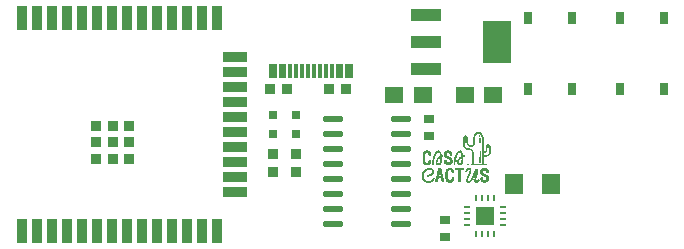
<source format=gtp>
G04 #@! TF.GenerationSoftware,KiCad,Pcbnew,8.0.7-8.0.7-0~ubuntu22.04.1*
G04 #@! TF.CreationDate,2024-12-31T16:15:11+01:00*
G04 #@! TF.ProjectId,kicad_makespace_tutorial,6b696361-645f-46d6-916b-657370616365,rev?*
G04 #@! TF.SameCoordinates,Original*
G04 #@! TF.FileFunction,Paste,Top*
G04 #@! TF.FilePolarity,Positive*
%FSLAX46Y46*%
G04 Gerber Fmt 4.6, Leading zero omitted, Abs format (unit mm)*
G04 Created by KiCad (PCBNEW 8.0.7-8.0.7-0~ubuntu22.04.1) date 2024-12-31 16:15:11*
%MOMM*%
%LPD*%
G01*
G04 APERTURE LIST*
%ADD10C,0.000000*%
%ADD11R,0.860000X0.810000*%
%ADD12R,0.750000X1.000000*%
%ADD13R,0.950000X2.100000*%
%ADD14R,2.100000X0.950000*%
%ADD15R,0.900000X0.900000*%
%ADD16R,0.900000X0.800000*%
%ADD17R,1.490000X1.730000*%
%ADD18R,0.810000X0.860000*%
%ADD19R,0.800000X0.800000*%
%ADD20R,1.500000X1.360000*%
%ADD21R,2.500000X1.100000*%
%ADD22R,2.340000X3.600000*%
%ADD23R,0.300000X1.300000*%
%ADD24O,1.750000X0.560000*%
%ADD25R,0.600000X0.250000*%
%ADD26R,0.250000X0.600000*%
%ADD27R,1.500000X1.500000*%
G04 APERTURE END LIST*
D10*
G04 #@! TO.C,G\u002A\u002A\u002A*
G36*
X45582384Y-14324971D02*
G01*
X45603902Y-14325525D01*
X45618439Y-14326998D01*
X45628433Y-14329837D01*
X45636319Y-14334491D01*
X45644536Y-14341410D01*
X45645400Y-14342182D01*
X45657852Y-14355224D01*
X45663466Y-14368386D01*
X45664759Y-14387126D01*
X45663417Y-14406108D01*
X45657713Y-14419222D01*
X45645400Y-14432069D01*
X45637030Y-14439221D01*
X45629215Y-14444066D01*
X45619520Y-14447055D01*
X45605506Y-14448635D01*
X45584738Y-14449256D01*
X45554777Y-14449366D01*
X45551447Y-14449366D01*
X45476852Y-14449366D01*
X45456698Y-14429212D01*
X45443008Y-14412816D01*
X45437229Y-14397160D01*
X45436544Y-14387126D01*
X45439031Y-14369741D01*
X45448106Y-14354376D01*
X45456698Y-14345039D01*
X45476852Y-14324885D01*
X45551447Y-14324885D01*
X45582384Y-14324971D01*
G37*
G36*
X46546198Y-11894416D02*
G01*
X46563945Y-11903669D01*
X46577243Y-11920476D01*
X46586783Y-11945969D01*
X46593262Y-11981282D01*
X46596199Y-12010530D01*
X46597558Y-12040767D01*
X46595430Y-12062186D01*
X46588874Y-12077546D01*
X46576945Y-12089609D01*
X46566866Y-12096382D01*
X46551857Y-12104232D01*
X46538497Y-12106615D01*
X46520715Y-12104455D01*
X46517596Y-12103856D01*
X46498469Y-12094540D01*
X46484394Y-12074935D01*
X46475207Y-12044781D01*
X46473282Y-12032927D01*
X46468352Y-11996620D01*
X46465005Y-11970108D01*
X46463328Y-11951427D01*
X46463408Y-11938611D01*
X46465330Y-11929695D01*
X46469180Y-11922715D01*
X46475044Y-11915705D01*
X46478590Y-11911764D01*
X46492239Y-11898649D01*
X46505635Y-11892835D01*
X46523305Y-11891583D01*
X46546198Y-11894416D01*
G37*
G36*
X46557475Y-12156270D02*
G01*
X46579697Y-12161240D01*
X46586004Y-12163994D01*
X46596042Y-12169973D01*
X46604155Y-12177303D01*
X46610581Y-12187267D01*
X46615561Y-12201147D01*
X46619333Y-12220224D01*
X46622136Y-12245780D01*
X46624210Y-12279096D01*
X46625793Y-12321456D01*
X46627126Y-12374139D01*
X46627376Y-12385680D01*
X46628390Y-12439266D01*
X46628837Y-12482266D01*
X46628609Y-12515942D01*
X46627602Y-12541553D01*
X46625709Y-12560362D01*
X46622825Y-12573628D01*
X46618843Y-12582612D01*
X46613657Y-12588576D01*
X46610106Y-12591117D01*
X46591065Y-12598220D01*
X46567518Y-12601023D01*
X46547497Y-12598996D01*
X46530421Y-12591417D01*
X46517859Y-12581633D01*
X46514435Y-12577050D01*
X46511706Y-12570778D01*
X46509549Y-12561404D01*
X46507842Y-12547515D01*
X46506462Y-12527700D01*
X46505286Y-12500547D01*
X46504193Y-12464643D01*
X46503061Y-12418576D01*
X46502822Y-12408159D01*
X46501683Y-12364425D01*
X46500351Y-12323528D01*
X46498905Y-12287288D01*
X46497425Y-12257521D01*
X46495992Y-12236045D01*
X46494734Y-12224915D01*
X46493951Y-12201315D01*
X46499932Y-12179695D01*
X46511351Y-12164070D01*
X46515801Y-12161065D01*
X46534241Y-12156131D01*
X46557475Y-12156270D01*
G37*
G36*
X46598409Y-13290309D02*
G01*
X46620063Y-13296713D01*
X46637866Y-13307502D01*
X46645417Y-13316496D01*
X46647089Y-13325472D01*
X46648538Y-13344660D01*
X46649751Y-13372416D01*
X46650717Y-13407099D01*
X46651422Y-13447066D01*
X46651853Y-13490675D01*
X46651999Y-13536283D01*
X46651846Y-13582249D01*
X46651381Y-13626930D01*
X46650593Y-13668684D01*
X46649467Y-13705868D01*
X46648581Y-13726192D01*
X46646943Y-13757113D01*
X46644845Y-13794436D01*
X46642405Y-13836244D01*
X46639743Y-13880624D01*
X46636979Y-13925659D01*
X46634233Y-13969433D01*
X46631623Y-14010030D01*
X46629269Y-14045537D01*
X46627292Y-14074035D01*
X46625810Y-14093611D01*
X46625274Y-14099635D01*
X46623434Y-14118947D01*
X46621098Y-14144745D01*
X46618746Y-14171700D01*
X46618573Y-14173730D01*
X46614255Y-14208096D01*
X46607472Y-14232699D01*
X46597308Y-14249529D01*
X46582846Y-14260578D01*
X46577414Y-14263112D01*
X46550646Y-14270577D01*
X46527461Y-14268238D01*
X46515415Y-14262935D01*
X46506342Y-14256997D01*
X46499657Y-14249570D01*
X46495185Y-14239091D01*
X46492754Y-14223999D01*
X46492191Y-14202732D01*
X46493323Y-14173728D01*
X46495977Y-14135427D01*
X46498209Y-14107568D01*
X46509769Y-13952916D01*
X46518245Y-13806751D01*
X46523772Y-13666149D01*
X46526487Y-13528189D01*
X46526728Y-13496544D01*
X46527090Y-13454314D01*
X46527676Y-13415642D01*
X46528440Y-13382219D01*
X46529337Y-13355736D01*
X46530319Y-13337883D01*
X46531247Y-13330570D01*
X46543599Y-13310630D01*
X46562700Y-13295577D01*
X46577607Y-13290120D01*
X46598409Y-13290309D01*
G37*
G36*
X44738703Y-14693519D02*
G01*
X44818989Y-14693723D01*
X44850366Y-14693839D01*
X45237968Y-14695364D01*
X45239587Y-14793170D01*
X45241206Y-14890976D01*
X45121034Y-14890344D01*
X45083691Y-14890383D01*
X45049751Y-14890862D01*
X45021241Y-14891717D01*
X45000190Y-14892884D01*
X44988623Y-14894298D01*
X44987755Y-14894555D01*
X44976084Y-14904428D01*
X44969443Y-14918899D01*
X44968659Y-14927812D01*
X44967981Y-14947689D01*
X44967415Y-14977640D01*
X44966964Y-15016772D01*
X44966633Y-15064196D01*
X44966425Y-15119020D01*
X44966345Y-15180354D01*
X44966397Y-15247306D01*
X44966585Y-15318985D01*
X44966913Y-15394502D01*
X44967082Y-15425038D01*
X44967585Y-15512304D01*
X44967998Y-15588473D01*
X44968308Y-15654304D01*
X44968502Y-15710554D01*
X44968568Y-15757984D01*
X44968491Y-15797350D01*
X44968260Y-15829411D01*
X44967861Y-15854926D01*
X44967282Y-15874653D01*
X44966509Y-15889350D01*
X44965529Y-15899776D01*
X44964330Y-15906689D01*
X44962898Y-15910847D01*
X44961220Y-15913010D01*
X44959284Y-15913935D01*
X44958718Y-15914070D01*
X44949377Y-15914751D01*
X44930306Y-15915178D01*
X44903626Y-15915336D01*
X44871461Y-15915213D01*
X44839333Y-15914845D01*
X44800932Y-15913965D01*
X44769588Y-15912624D01*
X44746604Y-15910910D01*
X44733285Y-15908913D01*
X44730412Y-15907435D01*
X44728303Y-15896175D01*
X44728189Y-15895714D01*
X44727953Y-15889005D01*
X44727710Y-15871330D01*
X44727465Y-15843578D01*
X44727223Y-15806637D01*
X44726986Y-15761397D01*
X44726759Y-15708746D01*
X44726547Y-15649574D01*
X44726352Y-15584769D01*
X44726179Y-15515221D01*
X44726032Y-15441818D01*
X44725967Y-15401888D01*
X44725805Y-15312613D01*
X44725602Y-15234470D01*
X44725342Y-15166734D01*
X44725014Y-15108680D01*
X44724603Y-15059585D01*
X44724097Y-15018723D01*
X44723482Y-14985372D01*
X44722745Y-14958805D01*
X44721873Y-14938301D01*
X44720852Y-14923133D01*
X44719669Y-14912578D01*
X44718311Y-14905912D01*
X44716819Y-14902483D01*
X44713221Y-14898606D01*
X44707787Y-14895667D01*
X44698916Y-14893504D01*
X44685008Y-14891956D01*
X44664464Y-14890860D01*
X44635682Y-14890056D01*
X44597061Y-14889382D01*
X44585191Y-14889208D01*
X44540759Y-14888265D01*
X44504417Y-14886859D01*
X44477164Y-14885053D01*
X44460000Y-14882907D01*
X44454298Y-14881073D01*
X44450922Y-14872437D01*
X44448432Y-14854653D01*
X44446822Y-14830395D01*
X44446086Y-14802338D01*
X44446218Y-14773156D01*
X44447214Y-14745522D01*
X44449066Y-14722112D01*
X44451768Y-14705598D01*
X44454695Y-14699010D01*
X44460175Y-14697568D01*
X44473201Y-14696356D01*
X44494289Y-14695366D01*
X44523955Y-14694592D01*
X44562714Y-14694027D01*
X44611081Y-14693664D01*
X44669572Y-14693497D01*
X44738703Y-14693519D01*
G37*
G36*
X42114628Y-13202646D02*
G01*
X42152635Y-13205603D01*
X42183621Y-13210728D01*
X42191153Y-13212729D01*
X42250953Y-13236455D01*
X42304207Y-13269334D01*
X42349992Y-13310440D01*
X42387389Y-13358845D01*
X42415474Y-13413623D01*
X42427957Y-13450929D01*
X42432023Y-13470996D01*
X42435906Y-13499079D01*
X42439147Y-13531343D01*
X42441181Y-13561700D01*
X42444869Y-13637277D01*
X42328856Y-13637277D01*
X42212844Y-13637277D01*
X42209089Y-13597266D01*
X42201341Y-13541068D01*
X42189418Y-13495389D01*
X42172931Y-13459517D01*
X42151492Y-13432736D01*
X42124713Y-13414333D01*
X42105663Y-13406937D01*
X42067622Y-13400993D01*
X42032388Y-13406120D01*
X42001113Y-13421651D01*
X41974946Y-13446918D01*
X41955040Y-13481254D01*
X41948948Y-13497823D01*
X41943403Y-13517844D01*
X41938854Y-13540250D01*
X41935214Y-13566330D01*
X41932402Y-13597369D01*
X41930331Y-13634654D01*
X41928918Y-13679471D01*
X41928079Y-13733109D01*
X41927729Y-13796853D01*
X41927707Y-13822123D01*
X41927894Y-13887740D01*
X41928514Y-13942883D01*
X41929669Y-13988925D01*
X41931458Y-14027244D01*
X41933985Y-14059213D01*
X41937349Y-14086209D01*
X41941652Y-14109607D01*
X41946996Y-14130783D01*
X41951489Y-14145259D01*
X41965327Y-14180461D01*
X41980918Y-14206187D01*
X41999983Y-14224818D01*
X42016335Y-14234921D01*
X42034927Y-14243054D01*
X42052741Y-14246508D01*
X42075526Y-14246288D01*
X42079738Y-14245999D01*
X42105071Y-14242339D01*
X42127320Y-14235966D01*
X42136030Y-14231909D01*
X42161138Y-14210406D01*
X42180778Y-14178480D01*
X42194896Y-14136257D01*
X42203436Y-14083859D01*
X42204121Y-14076456D01*
X42206587Y-14052264D01*
X42210393Y-14034878D01*
X42217315Y-14023180D01*
X42229130Y-14016049D01*
X42247615Y-14012367D01*
X42274545Y-14011013D01*
X42308224Y-14010861D01*
X42354737Y-14011692D01*
X42390306Y-14014076D01*
X42415756Y-14018130D01*
X42431914Y-14023974D01*
X42438396Y-14029556D01*
X42440786Y-14039608D01*
X42441626Y-14058648D01*
X42441091Y-14083938D01*
X42439355Y-14112737D01*
X42436593Y-14142304D01*
X42432979Y-14169899D01*
X42428687Y-14192783D01*
X42427778Y-14196494D01*
X42406997Y-14254711D01*
X42376857Y-14306374D01*
X42338202Y-14350968D01*
X42291875Y-14387980D01*
X42238718Y-14416894D01*
X42179576Y-14437196D01*
X42115291Y-14448371D01*
X42046706Y-14449904D01*
X42016479Y-14447513D01*
X41951452Y-14434965D01*
X41892215Y-14412484D01*
X41839507Y-14380714D01*
X41794067Y-14340302D01*
X41756633Y-14291892D01*
X41727943Y-14236130D01*
X41710084Y-14179658D01*
X41707705Y-14167773D01*
X41705710Y-14153546D01*
X41704058Y-14135835D01*
X41702708Y-14113502D01*
X41701619Y-14085405D01*
X41700749Y-14050406D01*
X41700059Y-14007364D01*
X41699507Y-13955139D01*
X41699053Y-13892591D01*
X41698911Y-13868456D01*
X41698589Y-13788701D01*
X41698608Y-13719800D01*
X41699017Y-13660756D01*
X41699864Y-13610572D01*
X41701197Y-13568251D01*
X41703063Y-13532795D01*
X41705510Y-13503207D01*
X41708586Y-13478490D01*
X41712340Y-13457646D01*
X41716818Y-13439678D01*
X41719986Y-13429525D01*
X41744379Y-13375206D01*
X41778633Y-13326452D01*
X41821697Y-13284202D01*
X41872517Y-13249395D01*
X41930040Y-13222970D01*
X41963367Y-13212556D01*
X41993969Y-13206812D01*
X42031746Y-13203248D01*
X42073149Y-13201860D01*
X42114628Y-13202646D01*
G37*
G36*
X44088080Y-14673654D02*
G01*
X44152962Y-14687767D01*
X44211073Y-14710990D01*
X44261969Y-14743077D01*
X44305204Y-14783783D01*
X44340336Y-14832863D01*
X44351292Y-14853301D01*
X44370855Y-14899068D01*
X44383834Y-14945027D01*
X44391012Y-14994854D01*
X44393174Y-15049541D01*
X44393277Y-15113263D01*
X44277502Y-15113263D01*
X44235109Y-15113069D01*
X44203396Y-15112438D01*
X44181195Y-15111297D01*
X44167335Y-15109571D01*
X44160648Y-15107188D01*
X44159659Y-15105854D01*
X44157984Y-15096874D01*
X44155309Y-15079352D01*
X44152115Y-15056511D01*
X44150924Y-15047546D01*
X44142387Y-14997080D01*
X44130919Y-14957078D01*
X44115685Y-14926339D01*
X44095850Y-14903658D01*
X44070579Y-14887833D01*
X44039036Y-14877660D01*
X44032028Y-14876221D01*
X43994898Y-14874730D01*
X43960791Y-14884007D01*
X43931481Y-14903032D01*
X43908739Y-14930784D01*
X43898241Y-14953239D01*
X43891661Y-14972503D01*
X43886207Y-14990795D01*
X43881772Y-15009444D01*
X43878253Y-15029778D01*
X43875544Y-15053124D01*
X43873542Y-15080809D01*
X43872142Y-15114163D01*
X43871239Y-15154511D01*
X43870728Y-15203183D01*
X43870506Y-15261506D01*
X43870466Y-15305912D01*
X43870555Y-15373799D01*
X43870930Y-15431067D01*
X43871708Y-15478952D01*
X43873006Y-15518690D01*
X43874941Y-15551516D01*
X43877629Y-15578667D01*
X43881187Y-15601377D01*
X43885732Y-15620882D01*
X43891381Y-15638418D01*
X43898250Y-15655220D01*
X43904790Y-15669143D01*
X43925833Y-15699736D01*
X43954128Y-15721377D01*
X43988689Y-15733640D01*
X44028527Y-15736097D01*
X44052516Y-15733080D01*
X44077009Y-15723175D01*
X44100551Y-15704303D01*
X44120315Y-15679199D01*
X44131433Y-15656665D01*
X44136684Y-15641563D01*
X44140818Y-15626814D01*
X44144380Y-15609640D01*
X44147913Y-15587265D01*
X44151963Y-15556913D01*
X44153712Y-15543018D01*
X44157013Y-15524312D01*
X44161251Y-15510065D01*
X44163443Y-15505971D01*
X44169712Y-15502982D01*
X44183673Y-15500827D01*
X44206444Y-15499427D01*
X44239141Y-15498705D01*
X44269291Y-15498561D01*
X44305996Y-15498638D01*
X44332725Y-15499015D01*
X44351361Y-15499910D01*
X44363782Y-15501541D01*
X44371870Y-15504126D01*
X44377505Y-15507883D01*
X44381191Y-15511534D01*
X44388768Y-15523211D01*
X44392697Y-15539826D01*
X44393878Y-15560437D01*
X44391820Y-15625265D01*
X44382864Y-15681878D01*
X44366321Y-15732158D01*
X44341503Y-15777987D01*
X44307721Y-15821248D01*
X44292744Y-15837049D01*
X44246415Y-15877151D01*
X44196594Y-15906797D01*
X44140889Y-15927278D01*
X44113445Y-15933811D01*
X44072807Y-15939591D01*
X44026394Y-15942171D01*
X43978987Y-15941550D01*
X43935365Y-15937723D01*
X43913137Y-15933917D01*
X43854145Y-15915571D01*
X43799549Y-15887388D01*
X43750927Y-15850570D01*
X43709862Y-15806316D01*
X43677933Y-15755826D01*
X43677524Y-15755012D01*
X43665531Y-15728961D01*
X43656155Y-15703044D01*
X43648921Y-15674932D01*
X43643354Y-15642298D01*
X43638977Y-15602813D01*
X43635313Y-15554148D01*
X43634800Y-15545982D01*
X43633385Y-15514173D01*
X43632387Y-15473005D01*
X43631785Y-15424494D01*
X43631561Y-15370653D01*
X43631695Y-15313498D01*
X43632168Y-15255041D01*
X43632961Y-15197297D01*
X43634055Y-15142280D01*
X43635429Y-15092005D01*
X43637066Y-15048485D01*
X43638945Y-15013736D01*
X43640035Y-14999541D01*
X43650322Y-14931866D01*
X43668599Y-14872679D01*
X43695263Y-14821364D01*
X43730710Y-14777304D01*
X43775337Y-14739883D01*
X43826421Y-14710008D01*
X43875623Y-14689409D01*
X43925836Y-14676295D01*
X43980737Y-14669870D01*
X44016871Y-14668895D01*
X44088080Y-14673654D01*
G37*
G36*
X42407737Y-14672888D02*
G01*
X42465112Y-14688136D01*
X42515190Y-14711106D01*
X42559226Y-14742325D01*
X42584950Y-14767019D01*
X42622158Y-14814982D01*
X42648993Y-14867388D01*
X42665502Y-14923035D01*
X42671734Y-14980717D01*
X42667739Y-15039233D01*
X42653566Y-15097376D01*
X42629264Y-15153944D01*
X42594881Y-15207732D01*
X42565604Y-15242280D01*
X42512329Y-15290138D01*
X42449729Y-15330771D01*
X42377914Y-15364136D01*
X42296992Y-15390191D01*
X42207071Y-15408891D01*
X42121503Y-15419153D01*
X42075564Y-15423000D01*
X42075564Y-15364107D01*
X42075964Y-15334942D01*
X42078186Y-15313006D01*
X42083759Y-15296868D01*
X42094214Y-15285096D01*
X42111080Y-15276258D01*
X42135889Y-15268923D01*
X42170170Y-15261660D01*
X42188924Y-15258066D01*
X42253922Y-15242769D01*
X42310099Y-15222624D01*
X42359957Y-15196300D01*
X42405996Y-15162463D01*
X42450718Y-15119780D01*
X42452972Y-15117381D01*
X42483218Y-15078651D01*
X42501713Y-15039448D01*
X42508561Y-14999297D01*
X42503867Y-14957726D01*
X42494395Y-14929035D01*
X42472574Y-14887564D01*
X42444880Y-14855664D01*
X42410768Y-14833059D01*
X42369691Y-14819476D01*
X42321102Y-14814639D01*
X42272498Y-14817308D01*
X42241581Y-14821666D01*
X42208380Y-14827748D01*
X42179617Y-14834310D01*
X42177279Y-14834935D01*
X42108947Y-14859575D01*
X42044554Y-14894831D01*
X41984920Y-14939879D01*
X41930862Y-14993898D01*
X41883201Y-15056065D01*
X41842755Y-15125558D01*
X41810344Y-15201554D01*
X41809406Y-15204206D01*
X41801082Y-15228394D01*
X41795287Y-15247633D01*
X41791563Y-15265082D01*
X41789454Y-15283899D01*
X41788503Y-15307241D01*
X41788251Y-15338266D01*
X41788243Y-15350370D01*
X41788365Y-15384505D01*
X41789039Y-15409951D01*
X41790726Y-15429874D01*
X41793886Y-15447440D01*
X41798981Y-15465816D01*
X41806472Y-15488167D01*
X41809618Y-15497153D01*
X41839335Y-15567925D01*
X41875500Y-15629920D01*
X41917694Y-15682668D01*
X41965500Y-15725701D01*
X42018498Y-15758547D01*
X42056639Y-15774599D01*
X42122382Y-15791730D01*
X42189559Y-15798479D01*
X42256496Y-15795138D01*
X42321520Y-15782000D01*
X42382957Y-15759357D01*
X42439134Y-15727501D01*
X42472043Y-15701988D01*
X42510383Y-15662973D01*
X42546615Y-15615695D01*
X42578091Y-15563731D01*
X42586331Y-15547516D01*
X42597239Y-15525699D01*
X42606587Y-15508237D01*
X42612974Y-15497696D01*
X42614583Y-15495843D01*
X42621798Y-15496331D01*
X42637739Y-15499858D01*
X42659855Y-15505803D01*
X42679305Y-15511581D01*
X42708202Y-15520785D01*
X42727004Y-15528746D01*
X42736927Y-15537782D01*
X42739183Y-15550212D01*
X42734986Y-15568352D01*
X42725552Y-15594522D01*
X42724377Y-15597641D01*
X42694141Y-15661771D01*
X42653745Y-15722236D01*
X42604627Y-15777834D01*
X42548222Y-15827363D01*
X42485970Y-15869619D01*
X42419305Y-15903402D01*
X42349666Y-15927509D01*
X42322364Y-15933957D01*
X42274981Y-15941191D01*
X42222426Y-15945090D01*
X42169633Y-15945504D01*
X42121534Y-15942286D01*
X42107823Y-15940446D01*
X42028215Y-15922286D01*
X41953265Y-15893540D01*
X41883807Y-15854843D01*
X41820675Y-15806831D01*
X41764704Y-15750139D01*
X41716726Y-15685403D01*
X41677577Y-15613259D01*
X41677141Y-15612299D01*
X41651988Y-15543767D01*
X41635302Y-15469240D01*
X41627186Y-15391127D01*
X41627748Y-15311839D01*
X41637092Y-15233787D01*
X41655325Y-15159380D01*
X41657075Y-15153947D01*
X41688315Y-15076094D01*
X41728960Y-15002703D01*
X41777974Y-14934514D01*
X41834319Y-14872269D01*
X41896959Y-14816708D01*
X41964857Y-14768572D01*
X42036976Y-14728602D01*
X42112278Y-14697538D01*
X42189727Y-14676122D01*
X42268285Y-14665094D01*
X42341814Y-14664835D01*
X42407737Y-14672888D01*
G37*
G36*
X43179831Y-14692442D02*
G01*
X43209475Y-14692697D01*
X43230750Y-14693353D01*
X43245399Y-14694600D01*
X43255168Y-14696629D01*
X43261798Y-14699629D01*
X43267033Y-14703791D01*
X43269844Y-14706538D01*
X43280405Y-14721396D01*
X43289267Y-14740960D01*
X43291002Y-14746549D01*
X43293071Y-14754777D01*
X43297695Y-14773563D01*
X43304642Y-14801944D01*
X43313678Y-14838956D01*
X43324568Y-14883636D01*
X43337078Y-14935020D01*
X43350975Y-14992144D01*
X43366025Y-15054045D01*
X43381994Y-15119759D01*
X43398648Y-15188323D01*
X43415754Y-15258772D01*
X43433077Y-15330142D01*
X43450383Y-15401472D01*
X43467439Y-15471795D01*
X43484010Y-15540150D01*
X43499864Y-15605572D01*
X43514765Y-15667098D01*
X43528481Y-15723763D01*
X43540777Y-15774605D01*
X43551419Y-15818660D01*
X43560174Y-15854963D01*
X43566808Y-15882552D01*
X43571086Y-15900462D01*
X43572408Y-15906087D01*
X43575486Y-15919424D01*
X43460703Y-15919424D01*
X43420748Y-15919338D01*
X43390959Y-15918978D01*
X43369648Y-15918194D01*
X43355127Y-15916835D01*
X43345707Y-15914752D01*
X43339699Y-15911794D01*
X43335856Y-15908304D01*
X43330687Y-15897614D01*
X43324087Y-15875588D01*
X43316162Y-15842647D01*
X43307019Y-15799209D01*
X43302548Y-15776414D01*
X43292765Y-15725652D01*
X43284899Y-15685265D01*
X43278626Y-15653984D01*
X43273621Y-15630544D01*
X43269560Y-15613678D01*
X43266120Y-15602117D01*
X43262974Y-15594596D01*
X43259800Y-15589846D01*
X43256272Y-15586602D01*
X43253433Y-15584557D01*
X43245548Y-15580892D01*
X43232877Y-15578323D01*
X43213620Y-15576693D01*
X43185979Y-15575845D01*
X43151433Y-15575621D01*
X43112436Y-15575876D01*
X43083570Y-15577108D01*
X43063118Y-15580013D01*
X43049359Y-15585286D01*
X43040573Y-15593626D01*
X43035041Y-15605728D01*
X43031043Y-15622289D01*
X43030592Y-15624573D01*
X43027626Y-15639828D01*
X43022860Y-15664431D01*
X43016739Y-15696088D01*
X43009705Y-15732504D01*
X43002203Y-15771386D01*
X43000518Y-15780125D01*
X42991342Y-15826262D01*
X42983659Y-15861562D01*
X42977237Y-15886916D01*
X42971848Y-15903218D01*
X42967261Y-15911358D01*
X42966517Y-15912015D01*
X42958493Y-15914874D01*
X42942536Y-15916986D01*
X42917647Y-15918408D01*
X42882827Y-15919201D01*
X42841420Y-15919424D01*
X42726321Y-15919424D01*
X42730437Y-15903123D01*
X42732495Y-15894734D01*
X42737105Y-15875799D01*
X42744028Y-15847293D01*
X42753029Y-15810194D01*
X42763870Y-15765479D01*
X42776315Y-15714123D01*
X42790127Y-15657103D01*
X42805069Y-15595397D01*
X42820905Y-15529979D01*
X42831378Y-15486706D01*
X42848152Y-15417390D01*
X42858633Y-15374080D01*
X43079259Y-15374080D01*
X43151289Y-15374080D01*
X43223319Y-15374080D01*
X43190593Y-15202094D01*
X43181021Y-15152925D01*
X43172393Y-15110863D01*
X43164922Y-15076834D01*
X43158820Y-15051767D01*
X43154299Y-15036589D01*
X43151686Y-15032166D01*
X43147906Y-15038531D01*
X43142973Y-15053847D01*
X43137705Y-15075375D01*
X43135303Y-15087081D01*
X43130854Y-15110046D01*
X43124699Y-15141691D01*
X43117413Y-15179065D01*
X43109573Y-15219215D01*
X43102180Y-15257009D01*
X43079259Y-15374080D01*
X42858633Y-15374080D01*
X42864555Y-15349610D01*
X42880302Y-15284544D01*
X42895108Y-15223371D01*
X42908687Y-15167269D01*
X42920753Y-15117418D01*
X42931023Y-15074995D01*
X42939209Y-15041180D01*
X42945028Y-15017151D01*
X42946874Y-15009529D01*
X42955168Y-14975264D01*
X42965155Y-14933941D01*
X42975757Y-14890031D01*
X42985893Y-14848003D01*
X42989108Y-14834664D01*
X42997383Y-14800443D01*
X43005129Y-14768646D01*
X43011737Y-14741758D01*
X43016597Y-14722264D01*
X43018558Y-14714629D01*
X43024446Y-14692400D01*
X43140076Y-14692400D01*
X43179831Y-14692442D01*
G37*
G36*
X43931390Y-13200042D02*
G01*
X44002193Y-13217288D01*
X44059416Y-13240021D01*
X44101744Y-13263828D01*
X44136953Y-13292872D01*
X44165554Y-13328127D01*
X44188054Y-13370568D01*
X44204963Y-13421169D01*
X44216789Y-13480903D01*
X44224041Y-13550745D01*
X44224384Y-13555945D01*
X44225948Y-13587905D01*
X44225793Y-13609762D01*
X44223848Y-13623155D01*
X44221231Y-13628559D01*
X44216238Y-13631935D01*
X44206636Y-13634353D01*
X44190778Y-13635953D01*
X44167020Y-13636872D01*
X44133716Y-13637248D01*
X44117345Y-13637277D01*
X44081469Y-13637225D01*
X44055549Y-13636896D01*
X44037684Y-13636036D01*
X44025976Y-13634387D01*
X44018526Y-13631694D01*
X44013433Y-13627701D01*
X44009231Y-13622704D01*
X44001029Y-13605594D01*
X43994227Y-13577060D01*
X43991042Y-13556026D01*
X43981067Y-13505783D01*
X43965296Y-13465718D01*
X43943496Y-13435541D01*
X43915435Y-13414961D01*
X43880879Y-13403686D01*
X43867496Y-13401911D01*
X43827285Y-13402403D01*
X43794273Y-13412111D01*
X43767770Y-13431403D01*
X43747084Y-13460646D01*
X43743514Y-13467872D01*
X43731397Y-13506882D01*
X43730552Y-13546177D01*
X43740804Y-13583899D01*
X43756955Y-13611797D01*
X43770973Y-13625327D01*
X43795684Y-13642757D01*
X43830672Y-13663846D01*
X43875524Y-13688352D01*
X43929824Y-13716033D01*
X43966486Y-13733930D01*
X43999453Y-13750359D01*
X44032969Y-13768030D01*
X44063482Y-13785011D01*
X44087439Y-13799370D01*
X44090967Y-13801648D01*
X44144659Y-13843224D01*
X44188203Y-13890432D01*
X44221332Y-13942643D01*
X44243779Y-13999230D01*
X44255276Y-14059565D01*
X44255559Y-14123018D01*
X44248262Y-14172218D01*
X44237450Y-14208272D01*
X44220339Y-14248160D01*
X44199148Y-14287470D01*
X44176099Y-14321789D01*
X44167879Y-14331951D01*
X44142333Y-14356846D01*
X44109430Y-14381970D01*
X44073276Y-14404543D01*
X44037981Y-14421786D01*
X44031196Y-14424421D01*
X43986404Y-14436980D01*
X43934810Y-14445046D01*
X43880692Y-14448343D01*
X43828328Y-14446596D01*
X43785351Y-14440289D01*
X43722698Y-14421383D01*
X43668387Y-14394085D01*
X43622497Y-14358505D01*
X43585109Y-14314754D01*
X43556303Y-14262942D01*
X43536160Y-14203180D01*
X43524760Y-14135579D01*
X43521990Y-14077614D01*
X43522257Y-14051243D01*
X43523442Y-14034270D01*
X43525985Y-14024249D01*
X43530326Y-14018732D01*
X43532860Y-14017133D01*
X43542427Y-14015105D01*
X43561474Y-14013429D01*
X43587630Y-14012231D01*
X43618523Y-14011643D01*
X43634248Y-14011614D01*
X43672707Y-14011903D01*
X43700993Y-14013090D01*
X43720793Y-14016157D01*
X43733788Y-14022085D01*
X43741663Y-14031857D01*
X43746101Y-14046452D01*
X43748786Y-14066853D01*
X43749952Y-14079056D01*
X43758269Y-14130610D01*
X43772587Y-14172655D01*
X43792754Y-14204883D01*
X43818618Y-14226983D01*
X43823685Y-14229769D01*
X43862123Y-14243517D01*
X43899879Y-14246308D01*
X43935381Y-14239003D01*
X43967052Y-14222467D01*
X43993320Y-14197563D01*
X44012610Y-14165153D01*
X44023348Y-14126103D01*
X44024111Y-14119851D01*
X44025045Y-14098386D01*
X44021838Y-14080320D01*
X44013284Y-14059465D01*
X44011719Y-14056231D01*
X44001652Y-14039012D01*
X43988135Y-14022572D01*
X43969867Y-14005928D01*
X43945549Y-13988100D01*
X43913880Y-13968106D01*
X43873562Y-13944963D01*
X43840331Y-13926814D01*
X43805939Y-13908301D01*
X43769771Y-13888839D01*
X43735519Y-13870415D01*
X43706874Y-13855013D01*
X43699741Y-13851180D01*
X43640115Y-13815876D01*
X43591562Y-13779542D01*
X43553301Y-13741082D01*
X43524552Y-13699402D01*
X43504533Y-13653407D01*
X43492463Y-13602001D01*
X43487914Y-13554290D01*
X43489741Y-13487096D01*
X43501430Y-13426479D01*
X43522962Y-13372468D01*
X43554318Y-13325091D01*
X43595479Y-13284376D01*
X43646426Y-13250350D01*
X43707140Y-13223042D01*
X43717900Y-13219250D01*
X43789047Y-13201011D01*
X43860276Y-13194613D01*
X43931390Y-13200042D01*
G37*
G36*
X46997084Y-14668862D02*
G01*
X47065855Y-14680326D01*
X47125151Y-14698691D01*
X47175321Y-14724220D01*
X47216711Y-14757177D01*
X47249671Y-14797823D01*
X47274547Y-14846423D01*
X47288321Y-14889070D01*
X47292353Y-14908795D01*
X47296780Y-14936845D01*
X47301199Y-14969788D01*
X47305204Y-15004193D01*
X47308391Y-15036629D01*
X47310356Y-15063663D01*
X47310768Y-15079590D01*
X47310095Y-15090860D01*
X47307553Y-15099288D01*
X47301633Y-15105286D01*
X47290825Y-15109266D01*
X47273619Y-15111642D01*
X47248506Y-15112824D01*
X47213975Y-15113226D01*
X47187440Y-15113263D01*
X47078504Y-15113263D01*
X47078387Y-15088071D01*
X47075591Y-15043158D01*
X47068111Y-15000115D01*
X47056680Y-14961561D01*
X47042029Y-14930112D01*
X47029312Y-14912702D01*
X47001766Y-14891281D01*
X46967799Y-14877338D01*
X46930856Y-14871774D01*
X46894381Y-14875490D01*
X46890798Y-14876433D01*
X46859161Y-14891013D01*
X46834169Y-14914187D01*
X46816579Y-14944259D01*
X46807150Y-14979532D01*
X46806641Y-15018309D01*
X46813054Y-15050335D01*
X46819148Y-15066490D01*
X46828109Y-15081547D01*
X46841015Y-15096284D01*
X46858947Y-15111477D01*
X46882982Y-15127905D01*
X46914200Y-15146345D01*
X46953680Y-15167575D01*
X47002501Y-15192373D01*
X47026990Y-15204501D01*
X47083013Y-15232564D01*
X47129427Y-15257027D01*
X47167575Y-15278828D01*
X47198799Y-15298908D01*
X47224443Y-15318205D01*
X47245850Y-15337659D01*
X47264362Y-15358210D01*
X47281321Y-15380795D01*
X47283475Y-15383919D01*
X47302968Y-15414100D01*
X47317066Y-15440915D01*
X47326598Y-15467388D01*
X47332396Y-15496542D01*
X47335289Y-15531401D01*
X47336106Y-15574988D01*
X47336107Y-15575621D01*
X47335954Y-15610565D01*
X47335186Y-15636624D01*
X47333437Y-15656764D01*
X47330343Y-15673951D01*
X47325541Y-15691154D01*
X47319854Y-15707972D01*
X47293014Y-15767998D01*
X47257776Y-15819748D01*
X47214445Y-15862938D01*
X47163327Y-15897283D01*
X47104724Y-15922496D01*
X47084432Y-15928591D01*
X47059520Y-15933406D01*
X47026433Y-15937098D01*
X46988810Y-15939518D01*
X46950291Y-15940519D01*
X46914517Y-15939951D01*
X46885126Y-15937664D01*
X46880111Y-15936952D01*
X46815734Y-15921866D01*
X46759385Y-15898180D01*
X46711168Y-15865965D01*
X46671189Y-15825291D01*
X46639552Y-15776229D01*
X46637843Y-15772863D01*
X46619854Y-15731429D01*
X46607090Y-15688280D01*
X46598755Y-15640056D01*
X46594351Y-15588945D01*
X46592686Y-15558928D01*
X46592461Y-15536410D01*
X46595103Y-15520315D01*
X46602042Y-15509569D01*
X46614706Y-15503096D01*
X46634525Y-15499818D01*
X46662927Y-15498662D01*
X46701341Y-15498551D01*
X46714401Y-15498561D01*
X46816746Y-15498561D01*
X46819811Y-15514862D01*
X46822120Y-15529794D01*
X46824826Y-15551015D01*
X46826578Y-15566729D01*
X46835618Y-15620101D01*
X46850606Y-15663260D01*
X46871604Y-15696284D01*
X46898677Y-15719252D01*
X46931887Y-15732242D01*
X46962915Y-15735504D01*
X47005697Y-15730882D01*
X47041463Y-15716808D01*
X47069997Y-15693425D01*
X47091079Y-15660873D01*
X47096034Y-15649033D01*
X47105936Y-15612250D01*
X47106011Y-15579143D01*
X47095790Y-15548041D01*
X47074803Y-15517273D01*
X47052515Y-15494156D01*
X47038626Y-15481931D01*
X47023189Y-15470153D01*
X47004589Y-15457855D01*
X46981209Y-15444070D01*
X46951433Y-15427828D01*
X46913646Y-15408162D01*
X46882573Y-15392351D01*
X46843504Y-15372367D01*
X46805694Y-15352618D01*
X46771167Y-15334192D01*
X46741947Y-15318176D01*
X46720057Y-15305659D01*
X46710990Y-15300091D01*
X46660105Y-15260730D01*
X46619335Y-15215235D01*
X46588789Y-15163831D01*
X46568574Y-15106741D01*
X46558800Y-15044191D01*
X46558852Y-14985819D01*
X46567205Y-14922615D01*
X46583560Y-14867446D01*
X46608409Y-14819170D01*
X46642244Y-14776649D01*
X46654237Y-14764828D01*
X46700909Y-14729001D01*
X46755493Y-14700750D01*
X46816440Y-14680510D01*
X46882202Y-14668714D01*
X46951229Y-14665796D01*
X46997084Y-14668862D01*
G37*
G36*
X43097219Y-13202087D02*
G01*
X43140172Y-13215680D01*
X43179364Y-13239378D01*
X43197941Y-13255835D01*
X43215567Y-13275650D01*
X43231595Y-13298742D01*
X43246641Y-13326524D01*
X43261323Y-13360412D01*
X43276256Y-13401819D01*
X43292059Y-13452160D01*
X43308209Y-13508717D01*
X43318981Y-13545550D01*
X43328534Y-13573807D01*
X43336479Y-13592428D01*
X43341774Y-13599960D01*
X43354187Y-13604303D01*
X43375898Y-13606958D01*
X43397873Y-13607639D01*
X43418275Y-13607715D01*
X43432415Y-13609151D01*
X43441335Y-13613763D01*
X43446076Y-13623365D01*
X43447678Y-13639772D01*
X43447184Y-13664798D01*
X43446009Y-13691537D01*
X43443488Y-13748761D01*
X43416092Y-13752870D01*
X43386698Y-13759783D01*
X43365258Y-13770093D01*
X43353615Y-13782894D01*
X43353250Y-13783768D01*
X43351521Y-13793114D01*
X43349431Y-13812015D01*
X43347187Y-13838185D01*
X43344994Y-13869338D01*
X43343802Y-13889203D01*
X43340835Y-13940337D01*
X43338144Y-13981956D01*
X43335503Y-14016391D01*
X43332686Y-14045971D01*
X43329466Y-14073025D01*
X43325617Y-14099885D01*
X43320913Y-14128879D01*
X43319985Y-14134345D01*
X43303066Y-14213090D01*
X43280900Y-14282220D01*
X43253657Y-14341515D01*
X43221505Y-14390757D01*
X43184614Y-14429725D01*
X43143154Y-14458202D01*
X43097292Y-14475967D01*
X43051324Y-14482663D01*
X43026296Y-14482764D01*
X43002597Y-14481279D01*
X42986748Y-14478809D01*
X42944167Y-14462123D01*
X42906000Y-14434920D01*
X42872899Y-14397927D01*
X42845513Y-14351868D01*
X42824623Y-14297901D01*
X42817690Y-14264780D01*
X42813856Y-14223908D01*
X42813297Y-14191513D01*
X42962164Y-14191513D01*
X42964316Y-14235534D01*
X42971920Y-14270511D01*
X42985555Y-14298202D01*
X43003833Y-14318682D01*
X43025224Y-14332804D01*
X43046772Y-14336175D01*
X43068287Y-14330873D01*
X43088827Y-14317672D01*
X43109184Y-14294897D01*
X43128014Y-14264773D01*
X43143973Y-14229525D01*
X43155714Y-14191378D01*
X43157496Y-14183315D01*
X43163646Y-14150877D01*
X43169884Y-14113458D01*
X43176030Y-14072657D01*
X43181904Y-14030071D01*
X43187324Y-13987299D01*
X43192110Y-13945939D01*
X43196080Y-13907590D01*
X43199055Y-13873849D01*
X43200852Y-13846315D01*
X43201292Y-13826586D01*
X43200194Y-13816260D01*
X43199155Y-13815107D01*
X43188600Y-13818500D01*
X43171443Y-13827606D01*
X43150405Y-13840821D01*
X43128210Y-13856537D01*
X43125672Y-13858459D01*
X43081645Y-13898912D01*
X43042804Y-13948175D01*
X43010297Y-14003913D01*
X42985269Y-14063791D01*
X42968868Y-14125473D01*
X42962239Y-14186624D01*
X42962164Y-14191513D01*
X42813297Y-14191513D01*
X42813080Y-14178966D01*
X42815322Y-14133632D01*
X42820538Y-14091589D01*
X42827304Y-14061105D01*
X42855747Y-13981760D01*
X42893618Y-13907290D01*
X42939995Y-13838843D01*
X42993955Y-13777568D01*
X43054577Y-13724613D01*
X43120938Y-13681125D01*
X43140953Y-13670535D01*
X43161225Y-13659704D01*
X43174771Y-13649625D01*
X43182227Y-13638009D01*
X43184229Y-13622566D01*
X43181414Y-13601009D01*
X43174419Y-13571049D01*
X43171636Y-13560218D01*
X43156412Y-13504008D01*
X43142418Y-13458401D01*
X43129072Y-13422284D01*
X43115791Y-13394542D01*
X43101994Y-13374064D01*
X43087100Y-13359734D01*
X43070526Y-13350441D01*
X43060211Y-13346999D01*
X43036396Y-13343759D01*
X43013664Y-13348083D01*
X42990028Y-13360828D01*
X42963503Y-13382852D01*
X42952701Y-13393380D01*
X42917646Y-13432300D01*
X42885549Y-13476046D01*
X42855538Y-13526153D01*
X42826744Y-13584155D01*
X42798295Y-13651585D01*
X42782354Y-13693590D01*
X42753181Y-13781567D01*
X42726712Y-13878302D01*
X42703525Y-13980892D01*
X42684192Y-14086433D01*
X42669291Y-14192022D01*
X42659396Y-14294754D01*
X42657547Y-14323560D01*
X42655308Y-14360922D01*
X42652656Y-14388064D01*
X42648407Y-14406596D01*
X42641381Y-14418129D01*
X42630394Y-14424272D01*
X42614265Y-14426638D01*
X42591811Y-14426835D01*
X42581845Y-14426683D01*
X42555766Y-14426120D01*
X42536521Y-14424312D01*
X42523157Y-14419694D01*
X42514719Y-14410702D01*
X42510251Y-14395770D01*
X42508800Y-14373335D01*
X42509411Y-14341832D01*
X42510701Y-14310066D01*
X42518957Y-14192232D01*
X42533623Y-14074351D01*
X42554289Y-13957855D01*
X42580542Y-13844173D01*
X42611970Y-13734735D01*
X42648161Y-13630973D01*
X42688702Y-13534316D01*
X42733182Y-13446194D01*
X42781189Y-13368038D01*
X42782812Y-13365669D01*
X42821569Y-13316598D01*
X42864195Y-13275614D01*
X42909601Y-13243005D01*
X42956696Y-13219059D01*
X43004391Y-13204065D01*
X43051596Y-13198312D01*
X43097219Y-13202087D01*
G37*
G36*
X44919374Y-13203673D02*
G01*
X44952250Y-13212877D01*
X44981505Y-13228034D01*
X45007743Y-13249943D01*
X45031571Y-13279401D01*
X45053595Y-13317205D01*
X45074420Y-13364155D01*
X45094651Y-13421048D01*
X45114896Y-13488683D01*
X45122290Y-13515761D01*
X45130399Y-13544124D01*
X45138476Y-13568984D01*
X45145592Y-13587684D01*
X45150821Y-13597568D01*
X45150882Y-13597636D01*
X45164801Y-13605811D01*
X45184391Y-13607460D01*
X45207090Y-13606985D01*
X45230932Y-13607040D01*
X45233522Y-13607089D01*
X45258715Y-13607639D01*
X45258715Y-13678771D01*
X45258553Y-13708982D01*
X45257883Y-13729275D01*
X45256421Y-13741585D01*
X45253888Y-13747849D01*
X45250000Y-13750000D01*
X45248341Y-13750138D01*
X45209823Y-13752272D01*
X45182936Y-13756662D01*
X45167671Y-13763309D01*
X45165453Y-13765610D01*
X45161462Y-13777255D01*
X45158607Y-13798489D01*
X45157180Y-13827079D01*
X45157137Y-13829577D01*
X45156577Y-13856957D01*
X45155794Y-13882783D01*
X45154929Y-13902616D01*
X45154658Y-13906986D01*
X45153557Y-13923477D01*
X45152015Y-13947704D01*
X45150290Y-13975570D01*
X45149481Y-13988912D01*
X45140870Y-14080444D01*
X45126646Y-14164061D01*
X45106999Y-14239219D01*
X45082117Y-14305377D01*
X45052191Y-14361991D01*
X45017411Y-14408522D01*
X44994737Y-14430984D01*
X44958713Y-14455530D01*
X44916469Y-14472867D01*
X44871332Y-14482220D01*
X44826629Y-14482815D01*
X44795939Y-14477208D01*
X44750061Y-14458357D01*
X44710839Y-14430004D01*
X44678573Y-14392652D01*
X44653558Y-14346802D01*
X44636093Y-14292957D01*
X44626476Y-14231622D01*
X44624737Y-14191513D01*
X44776086Y-14191513D01*
X44776229Y-14222515D01*
X44777473Y-14244878D01*
X44780245Y-14261800D01*
X44784973Y-14276479D01*
X44788545Y-14284716D01*
X44805672Y-14311439D01*
X44827147Y-14328622D01*
X44851432Y-14335570D01*
X44876988Y-14331588D01*
X44884687Y-14328152D01*
X44909578Y-14308931D01*
X44931868Y-14278336D01*
X44951569Y-14236332D01*
X44968693Y-14182882D01*
X44983252Y-14117951D01*
X44995258Y-14041504D01*
X45003296Y-13969226D01*
X45007534Y-13923755D01*
X45010684Y-13888687D01*
X45012812Y-13862623D01*
X45013984Y-13844168D01*
X45014264Y-13831923D01*
X45013720Y-13824492D01*
X45012417Y-13820477D01*
X45010419Y-13818483D01*
X45010384Y-13818461D01*
X44999896Y-13818451D01*
X44983214Y-13825991D01*
X44962031Y-13839782D01*
X44938039Y-13858521D01*
X44912930Y-13880907D01*
X44888397Y-13905639D01*
X44870499Y-13926025D01*
X44830853Y-13982280D01*
X44802192Y-14041968D01*
X44784170Y-14106065D01*
X44776439Y-14175542D01*
X44776086Y-14191513D01*
X44624737Y-14191513D01*
X44624573Y-14187722D01*
X44630078Y-14115219D01*
X44646413Y-14042605D01*
X44672667Y-13971396D01*
X44707927Y-13903110D01*
X44751281Y-13839264D01*
X44801817Y-13781374D01*
X44858622Y-13730959D01*
X44920785Y-13689534D01*
X44925849Y-13686716D01*
X44959816Y-13666302D01*
X44982764Y-13648258D01*
X44995188Y-13632134D01*
X44997898Y-13621110D01*
X44996276Y-13609968D01*
X44991866Y-13589996D01*
X44985352Y-13563696D01*
X44977420Y-13533573D01*
X44968752Y-13502131D01*
X44960035Y-13471874D01*
X44951951Y-13445307D01*
X44945186Y-13424933D01*
X44942031Y-13416693D01*
X44927223Y-13390295D01*
X44907833Y-13367715D01*
X44886762Y-13351978D01*
X44875617Y-13347368D01*
X44847028Y-13345458D01*
X44816325Y-13354276D01*
X44784379Y-13373074D01*
X44752062Y-13401106D01*
X44720245Y-13437626D01*
X44689800Y-13481888D01*
X44663732Y-13528841D01*
X44619798Y-13626402D01*
X44580581Y-13733696D01*
X44546396Y-13849445D01*
X44517556Y-13972376D01*
X44494375Y-14101211D01*
X44477166Y-14234677D01*
X44469759Y-14317515D01*
X44466185Y-14359307D01*
X44462507Y-14390640D01*
X44458790Y-14411050D01*
X44455100Y-14420073D01*
X44455056Y-14420111D01*
X44445319Y-14423367D01*
X44427320Y-14425724D01*
X44404627Y-14427059D01*
X44380806Y-14427249D01*
X44359425Y-14426172D01*
X44344769Y-14423902D01*
X44333658Y-14418764D01*
X44326394Y-14409017D01*
X44322345Y-14392666D01*
X44320881Y-14367715D01*
X44320966Y-14348596D01*
X44321769Y-14321394D01*
X44323208Y-14289382D01*
X44325075Y-14255965D01*
X44327166Y-14224546D01*
X44329273Y-14198530D01*
X44331004Y-14182622D01*
X44332850Y-14168248D01*
X44335305Y-14147814D01*
X44336761Y-14135200D01*
X44351995Y-14027936D01*
X44373050Y-13921184D01*
X44399388Y-13816527D01*
X44430473Y-13715550D01*
X44465768Y-13619833D01*
X44504736Y-13530961D01*
X44546840Y-13450516D01*
X44591544Y-13380081D01*
X44594063Y-13376535D01*
X44639489Y-13319054D01*
X44685483Y-13273149D01*
X44732500Y-13238542D01*
X44780994Y-13214953D01*
X44831418Y-13202105D01*
X44882269Y-13199624D01*
X44919374Y-13203673D01*
G37*
G36*
X45690747Y-14665999D02*
G01*
X45732557Y-14679438D01*
X45770015Y-14702169D01*
X45801566Y-14733717D01*
X45822827Y-14767619D01*
X45831764Y-14786529D01*
X45837484Y-14801890D01*
X45840678Y-14817362D01*
X45842038Y-14836604D01*
X45842257Y-14863274D01*
X45842223Y-14870126D01*
X45841585Y-14897023D01*
X45839726Y-14922508D01*
X45836237Y-14947787D01*
X45830711Y-14974066D01*
X45822739Y-15002549D01*
X45811914Y-15034442D01*
X45797826Y-15070952D01*
X45780067Y-15113283D01*
X45758229Y-15162641D01*
X45731905Y-15220232D01*
X45701666Y-15285165D01*
X45682518Y-15326157D01*
X45664040Y-15365919D01*
X45647135Y-15402493D01*
X45632705Y-15433921D01*
X45621653Y-15458246D01*
X45615584Y-15471887D01*
X45600878Y-15508774D01*
X45587386Y-15548354D01*
X45575904Y-15587737D01*
X45567226Y-15624032D01*
X45562148Y-15654351D01*
X45561155Y-15669752D01*
X45565404Y-15706368D01*
X45577005Y-15736831D01*
X45594700Y-15760073D01*
X45617230Y-15775029D01*
X45643338Y-15780634D01*
X45671766Y-15775822D01*
X45681524Y-15771726D01*
X45700903Y-15758798D01*
X45723528Y-15738195D01*
X45746901Y-15712611D01*
X45768522Y-15684742D01*
X45783169Y-15662113D01*
X45789717Y-15649457D01*
X45798798Y-15629592D01*
X45810603Y-15602043D01*
X45825322Y-15566335D01*
X45843144Y-15521996D01*
X45864261Y-15468550D01*
X45888862Y-15405525D01*
X45917137Y-15332444D01*
X45949277Y-15248836D01*
X45958070Y-15225889D01*
X45988707Y-15146729D01*
X46016082Y-15078020D01*
X46040641Y-15018954D01*
X46062835Y-14968725D01*
X46083112Y-14926525D01*
X46101921Y-14891546D01*
X46119710Y-14862980D01*
X46136930Y-14840019D01*
X46154028Y-14821857D01*
X46171454Y-14807685D01*
X46189657Y-14796696D01*
X46199148Y-14792161D01*
X46231268Y-14782689D01*
X46267655Y-14779575D01*
X46305143Y-14782375D01*
X46340572Y-14790646D01*
X46370776Y-14803944D01*
X46390030Y-14818923D01*
X46403607Y-14837201D01*
X46413421Y-14859615D01*
X46419370Y-14886792D01*
X46421354Y-14919357D01*
X46419271Y-14957936D01*
X46413021Y-15003155D01*
X46402502Y-15055639D01*
X46387613Y-15116016D01*
X46368254Y-15184911D01*
X46344322Y-15262950D01*
X46315718Y-15350759D01*
X46293574Y-15416288D01*
X46272992Y-15477225D01*
X46256328Y-15528447D01*
X46243231Y-15571299D01*
X46233353Y-15607127D01*
X46226342Y-15637277D01*
X46221851Y-15663092D01*
X46219527Y-15685920D01*
X46218995Y-15703110D01*
X46222470Y-15736142D01*
X46232315Y-15761990D01*
X46247657Y-15779481D01*
X46267622Y-15787446D01*
X46281652Y-15787133D01*
X46305607Y-15779334D01*
X46327311Y-15763386D01*
X46348097Y-15738033D01*
X46366446Y-15707403D01*
X46382746Y-15679636D01*
X46397292Y-15661466D01*
X46412033Y-15651229D01*
X46428919Y-15647261D01*
X46437115Y-15647063D01*
X46450751Y-15649390D01*
X46469873Y-15655132D01*
X46491278Y-15662997D01*
X46511763Y-15671696D01*
X46528123Y-15679937D01*
X46537155Y-15686429D01*
X46537909Y-15687673D01*
X46536355Y-15695477D01*
X46530393Y-15711431D01*
X46520999Y-15733124D01*
X46510533Y-15755325D01*
X46476523Y-15814710D01*
X46437736Y-15863450D01*
X46394282Y-15901425D01*
X46358447Y-15922890D01*
X46337435Y-15932963D01*
X46321393Y-15939129D01*
X46306189Y-15942197D01*
X46287692Y-15942973D01*
X46261769Y-15942263D01*
X46259629Y-15942181D01*
X46229243Y-15940322D01*
X46206254Y-15936883D01*
X46186223Y-15930951D01*
X46168627Y-15923462D01*
X46134717Y-15904649D01*
X46108620Y-15882794D01*
X46089913Y-15856664D01*
X46078169Y-15825027D01*
X46072961Y-15786651D01*
X46073866Y-15740304D01*
X46080456Y-15684752D01*
X46082255Y-15673427D01*
X46089832Y-15629097D01*
X46097608Y-15588039D01*
X46106068Y-15548452D01*
X46115692Y-15508536D01*
X46126965Y-15466491D01*
X46140369Y-15420517D01*
X46156386Y-15368814D01*
X46175499Y-15309581D01*
X46198191Y-15241019D01*
X46198295Y-15240708D01*
X46214702Y-15191361D01*
X46230025Y-15144904D01*
X46243828Y-15102686D01*
X46255675Y-15066054D01*
X46265130Y-15036359D01*
X46271757Y-15014948D01*
X46275122Y-15003171D01*
X46275355Y-15002140D01*
X46275998Y-14988214D01*
X46274078Y-14971185D01*
X46270436Y-14955099D01*
X46265915Y-14943999D01*
X46262698Y-14941361D01*
X46256042Y-14943815D01*
X46243622Y-14949782D01*
X46242422Y-14950399D01*
X46235313Y-14954972D01*
X46228288Y-14961772D01*
X46220943Y-14971729D01*
X46212871Y-14985774D01*
X46203666Y-15004835D01*
X46192923Y-15029843D01*
X46180236Y-15061728D01*
X46165198Y-15101419D01*
X46147403Y-15149846D01*
X46126446Y-15207939D01*
X46110494Y-15252563D01*
X46081905Y-15332369D01*
X46056631Y-15402004D01*
X46034210Y-15462532D01*
X46014184Y-15515022D01*
X45996090Y-15560539D01*
X45979469Y-15600150D01*
X45963860Y-15634921D01*
X45948803Y-15665918D01*
X45933838Y-15694208D01*
X45918503Y-15720858D01*
X45902340Y-15746934D01*
X45886860Y-15770556D01*
X45842853Y-15829652D01*
X45797665Y-15877158D01*
X45751371Y-15913015D01*
X45704048Y-15937163D01*
X45661596Y-15948682D01*
X45641580Y-15951770D01*
X45626666Y-15953772D01*
X45620301Y-15954253D01*
X45613269Y-15953026D01*
X45598265Y-15950549D01*
X45584736Y-15948356D01*
X45542865Y-15937185D01*
X45502125Y-15918233D01*
X45464783Y-15893211D01*
X45433102Y-15863827D01*
X45409350Y-15831792D01*
X45398300Y-15807658D01*
X45390377Y-15770444D01*
X45389159Y-15726318D01*
X45394732Y-15674973D01*
X45407184Y-15616101D01*
X45426601Y-15549394D01*
X45453068Y-15474543D01*
X45486673Y-15391240D01*
X45527502Y-15299178D01*
X45560670Y-15228853D01*
X45589330Y-15168794D01*
X45613041Y-15117705D01*
X45632433Y-15074094D01*
X45648136Y-15036471D01*
X45660780Y-15003345D01*
X45670995Y-14973224D01*
X45676830Y-14953852D01*
X45686145Y-14916575D01*
X45689838Y-14887680D01*
X45687755Y-14865030D01*
X45679743Y-14846487D01*
X45668048Y-14832253D01*
X45655324Y-14821197D01*
X45642678Y-14815729D01*
X45624985Y-14813990D01*
X45617553Y-14813917D01*
X45597269Y-14814856D01*
X45583392Y-14819032D01*
X45570533Y-14828485D01*
X45564794Y-14833883D01*
X45553236Y-14847413D01*
X45537250Y-14869369D01*
X45518080Y-14897771D01*
X45496971Y-14930636D01*
X45475168Y-14965980D01*
X45453914Y-15001821D01*
X45434455Y-15036177D01*
X45418034Y-15067065D01*
X45416406Y-15070288D01*
X45407591Y-15086917D01*
X45400716Y-15098209D01*
X45397796Y-15101408D01*
X45391119Y-15098858D01*
X45376663Y-15092119D01*
X45357124Y-15082554D01*
X45335196Y-15071530D01*
X45313574Y-15060410D01*
X45294954Y-15050560D01*
X45282030Y-15043345D01*
X45277971Y-15040723D01*
X45275856Y-15035487D01*
X45278086Y-15025307D01*
X45285252Y-15008576D01*
X45297945Y-14983686D01*
X45301151Y-14977677D01*
X45339970Y-14908864D01*
X45377270Y-14850516D01*
X45414030Y-14801509D01*
X45451226Y-14760717D01*
X45489838Y-14727017D01*
X45530844Y-14699284D01*
X45554784Y-14686161D01*
X45600304Y-14668887D01*
X45646144Y-14662324D01*
X45690747Y-14665999D01*
G37*
G36*
X46506741Y-11644901D02*
G01*
X46570896Y-11660640D01*
X46629599Y-11686883D01*
X46682863Y-11723643D01*
X46730702Y-11770930D01*
X46773129Y-11828755D01*
X46810160Y-11897129D01*
X46833090Y-11951838D01*
X46850219Y-12004109D01*
X46866211Y-12066135D01*
X46880712Y-12135839D01*
X46893367Y-12211146D01*
X46903819Y-12289980D01*
X46911715Y-12370266D01*
X46916092Y-12436927D01*
X46917641Y-12465815D01*
X46919201Y-12491196D01*
X46920586Y-12510246D01*
X46921572Y-12519915D01*
X46921912Y-12527761D01*
X46922246Y-12546441D01*
X46922568Y-12574933D01*
X46922872Y-12612214D01*
X46923152Y-12657263D01*
X46923403Y-12709059D01*
X46923617Y-12766579D01*
X46923789Y-12828802D01*
X46923913Y-12894706D01*
X46923945Y-12919379D01*
X46924385Y-13306987D01*
X46957232Y-13303597D01*
X46979626Y-13300479D01*
X46998382Y-13295466D01*
X47013885Y-13287537D01*
X47026522Y-13275671D01*
X47036679Y-13258844D01*
X47044742Y-13236035D01*
X47051096Y-13206222D01*
X47056129Y-13168383D01*
X47060225Y-13121496D01*
X47063772Y-13064539D01*
X47066290Y-13014874D01*
X47069736Y-12956440D01*
X47074187Y-12907970D01*
X47079984Y-12867592D01*
X47087469Y-12833433D01*
X47096986Y-12803622D01*
X47108875Y-12776284D01*
X47110453Y-12773130D01*
X47136002Y-12734553D01*
X47168427Y-12705246D01*
X47206780Y-12685808D01*
X47250113Y-12676841D01*
X47263267Y-12676286D01*
X47306972Y-12678960D01*
X47342957Y-12688379D01*
X47373880Y-12705559D01*
X47399451Y-12728362D01*
X47419002Y-12752391D01*
X47435238Y-12780494D01*
X47448596Y-12814106D01*
X47459510Y-12854665D01*
X47468417Y-12903606D01*
X47475751Y-12962367D01*
X47478282Y-12988280D01*
X47485720Y-13095249D01*
X47487457Y-13192176D01*
X47483418Y-13279454D01*
X47473527Y-13357478D01*
X47457709Y-13426642D01*
X47435886Y-13487338D01*
X47407985Y-13539963D01*
X47373927Y-13584908D01*
X47360692Y-13598748D01*
X47315848Y-13635475D01*
X47261592Y-13667249D01*
X47199519Y-13693510D01*
X47131229Y-13713698D01*
X47058317Y-13727252D01*
X46982383Y-13733613D01*
X46975360Y-13733816D01*
X46950056Y-13734667D01*
X46934282Y-13736101D01*
X46925713Y-13738681D01*
X46922024Y-13742969D01*
X46921140Y-13746945D01*
X46920525Y-13756339D01*
X46919668Y-13775566D01*
X46918644Y-13802609D01*
X46917530Y-13835449D01*
X46916401Y-13872070D01*
X46916247Y-13877347D01*
X46914619Y-13922981D01*
X46912229Y-13975595D01*
X46909237Y-14032624D01*
X46905803Y-14091504D01*
X46902085Y-14149671D01*
X46898242Y-14204559D01*
X46894435Y-14253605D01*
X46890821Y-14294244D01*
X46889659Y-14305748D01*
X46887813Y-14327069D01*
X46887150Y-14343349D01*
X46887787Y-14351419D01*
X46887959Y-14351687D01*
X46894532Y-14352618D01*
X46910969Y-14353420D01*
X46935279Y-14354040D01*
X46965473Y-14354424D01*
X46992223Y-14354524D01*
X47030775Y-14354700D01*
X47059285Y-14355332D01*
X47079563Y-14356569D01*
X47093419Y-14358564D01*
X47102662Y-14361469D01*
X47107430Y-14364176D01*
X47123961Y-14382331D01*
X47131976Y-14405479D01*
X47131352Y-14430242D01*
X47121969Y-14453240D01*
X47111086Y-14465667D01*
X47106674Y-14469288D01*
X47101880Y-14472178D01*
X47095422Y-14474414D01*
X47086019Y-14476068D01*
X47072388Y-14477215D01*
X47053248Y-14477929D01*
X47027317Y-14478286D01*
X46993314Y-14478358D01*
X46949956Y-14478220D01*
X46898862Y-14477961D01*
X46853214Y-14477657D01*
X46797799Y-14477184D01*
X46734706Y-14476565D01*
X46666020Y-14475825D01*
X46593830Y-14474987D01*
X46520222Y-14474074D01*
X46447284Y-14473109D01*
X46377104Y-14472117D01*
X46370150Y-14472015D01*
X46303798Y-14471000D01*
X46237254Y-14469917D01*
X46172159Y-14468798D01*
X46110156Y-14467672D01*
X46052887Y-14466572D01*
X46001994Y-14465528D01*
X45959120Y-14464570D01*
X45925906Y-14463730D01*
X45917210Y-14463480D01*
X45876337Y-14462199D01*
X45845619Y-14461001D01*
X45823362Y-14459667D01*
X45807870Y-14457976D01*
X45797447Y-14455709D01*
X45790399Y-14452645D01*
X45785030Y-14448564D01*
X45782356Y-14445986D01*
X45771502Y-14427574D01*
X45767649Y-14403967D01*
X45770791Y-14379529D01*
X45780920Y-14358625D01*
X45782513Y-14356668D01*
X45791973Y-14347506D01*
X45803114Y-14342117D01*
X45819748Y-14339157D01*
X45835862Y-14337864D01*
X45875191Y-14335360D01*
X45876043Y-14094498D01*
X45876331Y-14022126D01*
X45876668Y-13959331D01*
X45877092Y-13903836D01*
X45877638Y-13853362D01*
X45878344Y-13805633D01*
X45879246Y-13758369D01*
X45880381Y-13709294D01*
X45881786Y-13656128D01*
X45883498Y-13596596D01*
X45884766Y-13554290D01*
X45885965Y-13489352D01*
X45885107Y-13434716D01*
X45881925Y-13388963D01*
X45876152Y-13350676D01*
X45867520Y-13318437D01*
X45855761Y-13290827D01*
X45840608Y-13266430D01*
X45827358Y-13249955D01*
X45811004Y-13233411D01*
X45792535Y-13219260D01*
X45770605Y-13207055D01*
X45743866Y-13196353D01*
X45710970Y-13186707D01*
X45670568Y-13177672D01*
X45621314Y-13168802D01*
X45561860Y-13159653D01*
X45548144Y-13157682D01*
X45488488Y-13148462D01*
X45438837Y-13138896D01*
X45397347Y-13128250D01*
X45362173Y-13115791D01*
X45331472Y-13100784D01*
X45303400Y-13082497D01*
X45276112Y-13060196D01*
X45256230Y-13041548D01*
X45230764Y-13014811D01*
X45208508Y-12987076D01*
X45189255Y-12957398D01*
X45172801Y-12924835D01*
X45158942Y-12888445D01*
X45147473Y-12847283D01*
X45138189Y-12800407D01*
X45130885Y-12746874D01*
X45125357Y-12685741D01*
X45121399Y-12616064D01*
X45118808Y-12536900D01*
X45117378Y-12447308D01*
X45117044Y-12400442D01*
X45116967Y-12343728D01*
X45117262Y-12294202D01*
X45262197Y-12294202D01*
X45262313Y-12330230D01*
X45263083Y-12403422D01*
X45264554Y-12474268D01*
X45266659Y-12541534D01*
X45269333Y-12603988D01*
X45272509Y-12660398D01*
X45276118Y-12709532D01*
X45280096Y-12750157D01*
X45284375Y-12781042D01*
X45287580Y-12796464D01*
X45306661Y-12852816D01*
X45332190Y-12899594D01*
X45364697Y-12937496D01*
X45404709Y-12967218D01*
X45425052Y-12977990D01*
X45450995Y-12989352D01*
X45477798Y-12998831D01*
X45507817Y-13007016D01*
X45543408Y-13014496D01*
X45586930Y-13021860D01*
X45620728Y-13026884D01*
X45696068Y-13039232D01*
X45760566Y-13053303D01*
X45815151Y-13069427D01*
X45860754Y-13087932D01*
X45898304Y-13109145D01*
X45928733Y-13133397D01*
X45932383Y-13136958D01*
X45958837Y-13170280D01*
X45982311Y-13213764D01*
X46002251Y-13265969D01*
X46018103Y-13325452D01*
X46028992Y-13388316D01*
X46030118Y-13403489D01*
X46031038Y-13430015D01*
X46031750Y-13467395D01*
X46032251Y-13515129D01*
X46032540Y-13572715D01*
X46032613Y-13639655D01*
X46032468Y-13715448D01*
X46032102Y-13799594D01*
X46031542Y-13887636D01*
X46028243Y-14342498D01*
X46211052Y-14344065D01*
X46268208Y-14344564D01*
X46332069Y-14345138D01*
X46398725Y-14345750D01*
X46464263Y-14346365D01*
X46524774Y-14346945D01*
X46564280Y-14347334D01*
X46615453Y-14347746D01*
X46655865Y-14347821D01*
X46686607Y-14347521D01*
X46708770Y-14346807D01*
X46723445Y-14345643D01*
X46731722Y-14343989D01*
X46734693Y-14341809D01*
X46734749Y-14341406D01*
X46735389Y-14332293D01*
X46737049Y-14314667D01*
X46739417Y-14291798D01*
X46740328Y-14283392D01*
X46743493Y-14251880D01*
X46746672Y-14215838D01*
X46749227Y-14182572D01*
X46749425Y-14179658D01*
X46751343Y-14152882D01*
X46753339Y-14128143D01*
X46755067Y-14109636D01*
X46755526Y-14105562D01*
X46756764Y-14091726D01*
X46758293Y-14069104D01*
X46759925Y-14040759D01*
X46761469Y-14009750D01*
X46761560Y-14007756D01*
X46763192Y-13975173D01*
X46765039Y-13943592D01*
X46766874Y-13916640D01*
X46768454Y-13898094D01*
X46769104Y-13885889D01*
X46769716Y-13862773D01*
X46770286Y-13829691D01*
X46770815Y-13787586D01*
X46771300Y-13737403D01*
X46771741Y-13680085D01*
X46772136Y-13616579D01*
X46772485Y-13547827D01*
X46772601Y-13519605D01*
X46924385Y-13519605D01*
X46924385Y-13609401D01*
X46991072Y-13605934D01*
X47043631Y-13601049D01*
X47095041Y-13592381D01*
X47115574Y-13587606D01*
X47175930Y-13568192D01*
X47226051Y-13543260D01*
X47266523Y-13512141D01*
X47297931Y-13474165D01*
X47320859Y-13428661D01*
X47335893Y-13374961D01*
X47342443Y-13327756D01*
X47344736Y-13304123D01*
X47347045Y-13283368D01*
X47348876Y-13269918D01*
X47348903Y-13269763D01*
X47349850Y-13259522D01*
X47351011Y-13239445D01*
X47352295Y-13211547D01*
X47353611Y-13177842D01*
X47354869Y-13140345D01*
X47355172Y-13130320D01*
X47356303Y-13063684D01*
X47355361Y-13007390D01*
X47352251Y-12960091D01*
X47346884Y-12920438D01*
X47339166Y-12887086D01*
X47338389Y-12884465D01*
X47326168Y-12855730D01*
X47309299Y-12831983D01*
X47289646Y-12814826D01*
X47269070Y-12805856D01*
X47249437Y-12806674D01*
X47248250Y-12807099D01*
X47235966Y-12813944D01*
X47225533Y-12825021D01*
X47216755Y-12841282D01*
X47209438Y-12863681D01*
X47203384Y-12893171D01*
X47198398Y-12930704D01*
X47194284Y-12977233D01*
X47190847Y-13033712D01*
X47187900Y-13100825D01*
X47183788Y-13167240D01*
X47176619Y-13223234D01*
X47165924Y-13269958D01*
X47151231Y-13308560D01*
X47132070Y-13340190D01*
X47107970Y-13365997D01*
X47078460Y-13387131D01*
X47068340Y-13392807D01*
X47038497Y-13406404D01*
X47005305Y-13417937D01*
X46973066Y-13426140D01*
X46946081Y-13429744D01*
X46942795Y-13429810D01*
X46924385Y-13429810D01*
X46924385Y-13519605D01*
X46772601Y-13519605D01*
X46772786Y-13474774D01*
X46772934Y-13429810D01*
X46773037Y-13398364D01*
X46773238Y-13319541D01*
X46773387Y-13239251D01*
X46773484Y-13158436D01*
X46773526Y-13078042D01*
X46773513Y-12999012D01*
X46773443Y-12922291D01*
X46773315Y-12848824D01*
X46773129Y-12779553D01*
X46772882Y-12715425D01*
X46772574Y-12657382D01*
X46772203Y-12606369D01*
X46771769Y-12563331D01*
X46771269Y-12529212D01*
X46770703Y-12504956D01*
X46770268Y-12494375D01*
X46764792Y-12408023D01*
X46758840Y-12332183D01*
X46752222Y-12265511D01*
X46744749Y-12206666D01*
X46736231Y-12154307D01*
X46726478Y-12107093D01*
X46715301Y-12063682D01*
X46704382Y-12028297D01*
X46680025Y-11965232D01*
X46652102Y-11912833D01*
X46619802Y-11870237D01*
X46582317Y-11836580D01*
X46538839Y-11810998D01*
X46488557Y-11792628D01*
X46481998Y-11790860D01*
X46450495Y-11784251D01*
X46421578Y-11782360D01*
X46389900Y-11785072D01*
X46369757Y-11788409D01*
X46319026Y-11803320D01*
X46274642Y-11828189D01*
X46236566Y-11863050D01*
X46204761Y-11907942D01*
X46179190Y-11962900D01*
X46172910Y-11980800D01*
X46164858Y-12010541D01*
X46156633Y-12050552D01*
X46148419Y-12099255D01*
X46140398Y-12155068D01*
X46132755Y-12216414D01*
X46125673Y-12281711D01*
X46119334Y-12349381D01*
X46113923Y-12417845D01*
X46109622Y-12485522D01*
X46106615Y-12550833D01*
X46106555Y-12552517D01*
X46104157Y-12610102D01*
X46101236Y-12657459D01*
X46097445Y-12696211D01*
X46092442Y-12727985D01*
X46085880Y-12754406D01*
X46077416Y-12777098D01*
X46066703Y-12797686D01*
X46053399Y-12817797D01*
X46049013Y-12823762D01*
X46024793Y-12846682D01*
X45990524Y-12864815D01*
X45947083Y-12877976D01*
X45895348Y-12885980D01*
X45836196Y-12888640D01*
X45770504Y-12885771D01*
X45760135Y-12884852D01*
X45694963Y-12875697D01*
X45639035Y-12861039D01*
X45590763Y-12840188D01*
X45548558Y-12812457D01*
X45510831Y-12777158D01*
X45510412Y-12776700D01*
X45487955Y-12749622D01*
X45468803Y-12720629D01*
X45452709Y-12688609D01*
X45439430Y-12652445D01*
X45428722Y-12611023D01*
X45420339Y-12563230D01*
X45414038Y-12507949D01*
X45409572Y-12444067D01*
X45406699Y-12370469D01*
X45405304Y-12297628D01*
X45404582Y-12248414D01*
X45403556Y-12209536D01*
X45401933Y-12179473D01*
X45399419Y-12156704D01*
X45395722Y-12139710D01*
X45390549Y-12126970D01*
X45383606Y-12116964D01*
X45374600Y-12108171D01*
X45367695Y-12102538D01*
X45346589Y-12091331D01*
X45326827Y-12091793D01*
X45308591Y-12103793D01*
X45292061Y-12127203D01*
X45277416Y-12161893D01*
X45275066Y-12169095D01*
X45270418Y-12184863D01*
X45267000Y-12199765D01*
X45264642Y-12215977D01*
X45263170Y-12235671D01*
X45262412Y-12261022D01*
X45262197Y-12294202D01*
X45117262Y-12294202D01*
X45117278Y-12291511D01*
X45117948Y-12245180D01*
X45118947Y-12206123D01*
X45120246Y-12175729D01*
X45121814Y-12155386D01*
X45122329Y-12151480D01*
X45136156Y-12099283D01*
X45160176Y-12050986D01*
X45193074Y-12008403D01*
X45233540Y-11973343D01*
X45264922Y-11954620D01*
X45287087Y-11944476D01*
X45306003Y-11938824D01*
X45327154Y-11936434D01*
X45347629Y-11936041D01*
X45374153Y-11936819D01*
X45394298Y-11939953D01*
X45413482Y-11946639D01*
X45429174Y-11954039D01*
X45469049Y-11979817D01*
X45500977Y-12013571D01*
X45525346Y-12055861D01*
X45542547Y-12107246D01*
X45545732Y-12121380D01*
X45548901Y-12139991D01*
X45551327Y-12162373D01*
X45553085Y-12190137D01*
X45554249Y-12224894D01*
X45554895Y-12268255D01*
X45555097Y-12321829D01*
X45555097Y-12322726D01*
X45555339Y-12367736D01*
X45556018Y-12411676D01*
X45557066Y-12452276D01*
X45558415Y-12487262D01*
X45559997Y-12514363D01*
X45561289Y-12528111D01*
X45571669Y-12583456D01*
X45588131Y-12629176D01*
X45611406Y-12666223D01*
X45642223Y-12695551D01*
X45681312Y-12718111D01*
X45717038Y-12731328D01*
X45737929Y-12737009D01*
X45757275Y-12740338D01*
X45778889Y-12741643D01*
X45806586Y-12741254D01*
X45823816Y-12740531D01*
X45864542Y-12737878D01*
X45895035Y-12734004D01*
X45916894Y-12728470D01*
X45931716Y-12720836D01*
X45941099Y-12710664D01*
X45942695Y-12707842D01*
X45950611Y-12685147D01*
X45956807Y-12651672D01*
X45961176Y-12608382D01*
X45963610Y-12556243D01*
X45964105Y-12515727D01*
X45965138Y-12460307D01*
X45968099Y-12396058D01*
X45972785Y-12325816D01*
X45978993Y-12252414D01*
X45986517Y-12178685D01*
X45991320Y-12137581D01*
X46006510Y-12043164D01*
X46027719Y-11958918D01*
X46055029Y-11884747D01*
X46088526Y-11820558D01*
X46128292Y-11766257D01*
X46174412Y-11721750D01*
X46226970Y-11686944D01*
X46286050Y-11661746D01*
X46351735Y-11646060D01*
X46424110Y-11639793D01*
X46437120Y-11639658D01*
X46506741Y-11644901D01*
G37*
G04 #@! TD*
D11*
G04 #@! TO.C,R7*
X31000000Y-15000000D03*
X31000000Y-13500000D03*
G04 #@! TD*
D12*
G04 #@! TO.C,SW1*
X58400000Y-8000000D03*
X58400000Y-2000000D03*
X62100000Y-8000000D03*
X62100000Y-2000000D03*
G04 #@! TD*
D13*
G04 #@! TO.C,U3*
X7777500Y-20000000D03*
X9047500Y-20000000D03*
X10317500Y-20000000D03*
X11587500Y-20000000D03*
X12857500Y-20000000D03*
X14127500Y-20000000D03*
X15397500Y-20000000D03*
X16667500Y-20000000D03*
X17937500Y-20000000D03*
X19207500Y-20000000D03*
X20477500Y-20000000D03*
X21747500Y-20000000D03*
X23017500Y-20000000D03*
X24287500Y-20000000D03*
D14*
X25777500Y-16710000D03*
X25777500Y-15440000D03*
X25777500Y-14170000D03*
X25777500Y-12900000D03*
X25777500Y-11630000D03*
X25777500Y-10360000D03*
X25777500Y-9090000D03*
X25777500Y-7820000D03*
X25777500Y-6550000D03*
X25777500Y-5280000D03*
D13*
X24287500Y-2000000D03*
X23017500Y-2000000D03*
X21747500Y-2000000D03*
X20477500Y-2000000D03*
X19207500Y-2000000D03*
X17937500Y-2000000D03*
X16667500Y-2000000D03*
X15397500Y-2000000D03*
X14127500Y-2000000D03*
X12857500Y-2000000D03*
X11587500Y-2000000D03*
X10317500Y-2000000D03*
X9047500Y-2000000D03*
X7777500Y-2000000D03*
D15*
X14057500Y-11100000D03*
X14057500Y-12500000D03*
X14057500Y-13900000D03*
X15457500Y-11100000D03*
X15457500Y-12500000D03*
X15457500Y-13900000D03*
X16857500Y-11100000D03*
X16857500Y-12500000D03*
X16857500Y-13900000D03*
G04 #@! TD*
D16*
G04 #@! TO.C,C3*
X42250000Y-11950000D03*
X42250000Y-10550000D03*
G04 #@! TD*
D17*
G04 #@! TO.C,C4*
X52600000Y-16050000D03*
X49420000Y-16050000D03*
G04 #@! TD*
D11*
G04 #@! TO.C,R3*
X29000000Y-15000000D03*
X29000000Y-13500000D03*
G04 #@! TD*
D18*
G04 #@! TO.C,R1*
X35250000Y-8000000D03*
X33750000Y-8000000D03*
G04 #@! TD*
G04 #@! TO.C,R2*
X28750000Y-8000000D03*
X30250000Y-8000000D03*
G04 #@! TD*
D19*
G04 #@! TO.C,LED2*
X31000000Y-11800000D03*
X31000000Y-10200000D03*
G04 #@! TD*
D20*
G04 #@! TO.C,C1*
X47700000Y-8500000D03*
X45300000Y-8500000D03*
G04 #@! TD*
D21*
G04 #@! TO.C,U1*
X42030000Y-1700000D03*
X42030000Y-4000000D03*
X42030000Y-6300000D03*
D22*
X47970000Y-4000000D03*
G04 #@! TD*
D23*
G04 #@! TO.C,USBC1*
X35600000Y-6522500D03*
X34800000Y-6522500D03*
X33500000Y-6522500D03*
X32500000Y-6522500D03*
X32000000Y-6522500D03*
X31000000Y-6522500D03*
X29700000Y-6522500D03*
X28900000Y-6522500D03*
X29200000Y-6522500D03*
X30000000Y-6522500D03*
X30500000Y-6522500D03*
X31500000Y-6522500D03*
X33000000Y-6522500D03*
X34000000Y-6522500D03*
X34500000Y-6522500D03*
X35300000Y-6522500D03*
G04 #@! TD*
D24*
G04 #@! TO.C,U2*
X34130000Y-10550000D03*
X34130000Y-11820000D03*
X34130000Y-13090000D03*
X34130000Y-14370000D03*
X34130000Y-15630000D03*
X34130000Y-16900000D03*
X34130000Y-18170000D03*
X34130000Y-19440000D03*
X39870000Y-19440000D03*
X39870000Y-18170000D03*
X39870000Y-16900000D03*
X39870000Y-15630000D03*
X39870000Y-14370000D03*
X39870000Y-13090000D03*
X39870000Y-11820000D03*
X39870000Y-10550000D03*
G04 #@! TD*
D19*
G04 #@! TO.C,LED1*
X29000000Y-11800000D03*
X29000000Y-10200000D03*
G04 #@! TD*
D12*
G04 #@! TO.C,SW2*
X50650000Y-8000000D03*
X50650000Y-2000000D03*
X54350000Y-8000000D03*
X54350000Y-2000000D03*
G04 #@! TD*
D25*
G04 #@! TO.C,U4*
X45500000Y-18000000D03*
X45500000Y-18500000D03*
X45500000Y-19000000D03*
X45500000Y-19500000D03*
D26*
X46250000Y-20250000D03*
X46750000Y-20250000D03*
X47250000Y-20250000D03*
X47750000Y-20250000D03*
D25*
X48500000Y-19500000D03*
X48500000Y-19000000D03*
X48500000Y-18500000D03*
X48500000Y-18000000D03*
D26*
X47750000Y-17250000D03*
X47250000Y-17250000D03*
X46750000Y-17250000D03*
X46250000Y-17250000D03*
D27*
X47000000Y-18750000D03*
G04 #@! TD*
D20*
G04 #@! TO.C,C2*
X41700000Y-8500000D03*
X39300000Y-8500000D03*
G04 #@! TD*
D16*
G04 #@! TO.C,C5*
X43600000Y-19100000D03*
X43600000Y-20500000D03*
G04 #@! TD*
M02*

</source>
